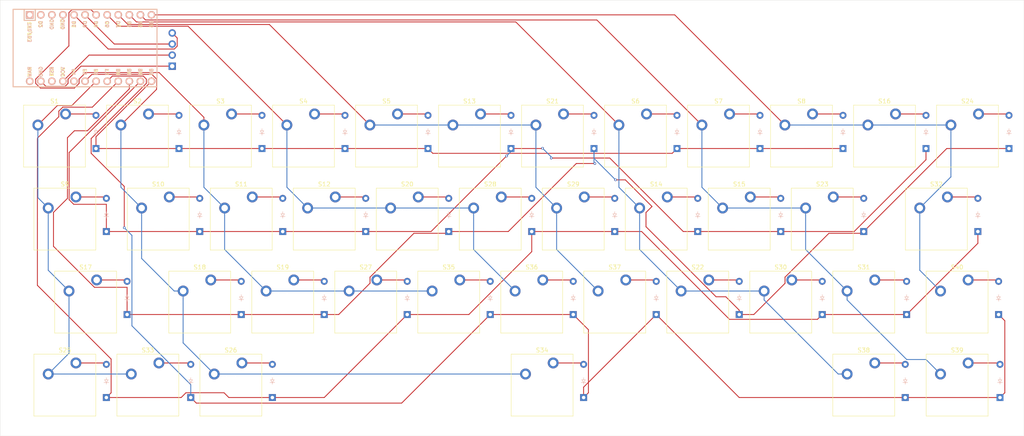
<source format=kicad_pcb>
(kicad_pcb (version 20241229) (generator "pcbnew") (generator_version "9.0")
  (layers (0 "F.Cu" signal) (2 "B.Cu" signal) (13 "F.Paste" user) (15 "B.Paste" user) (5 "F.SilkS" user "F.Silkscreen") (7 "B.SilkS" user "B.Silkscreen") (1 "F.Mask" user) (3 "B.Mask" user) (25 "Edge.Cuts" user))
  (net 0 "")
  (net 1 "Net-(D1-A)")
  (net 2 "Row 0")
  (net 3 "Net-(D2-A)")
  (net 4 "Net-(D3-A)")
  (net 5 "Net-(D4-A)")
  (net 6 "Net-(D5-A)")
  (net 7 "Net-(D6-A)")
  (net 8 "Net-(D7-A)")
  (net 9 "Net-(D8-A)")
  (net 10 "Row 1")
  (net 11 "Net-(D9-A)")
  (net 12 "Net-(D10-A)")
  (net 13 "Net-(D11-A)")
  (net 14 "Net-(D12-A)")
  (net 15 "Net-(D13-A)")
  (net 16 "Net-(D14-A)")
  (net 17 "Net-(D15-A)")
  (net 18 "Net-(D16-A)")
  (net 19 "Net-(D17-A)")
  (net 20 "Row 2")
  (net 21 "Net-(D18-A)")
  (net 22 "Net-(D19-A)")
  (net 23 "Net-(D20-A)")
  (net 24 "Net-(D21-A)")
  (net 25 "Net-(D22-A)")
  (net 26 "Net-(D23-A)")
  (net 27 "Net-(D24-A)")
  (net 28 "Row 3")
  (net 29 "Net-(D25-A)")
  (net 30 "Net-(D26-A)")
  (net 31 "Net-(D27-A)")
  (net 32 "Net-(D28-A)")
  (net 33 "Net-(D29-A)")
  (net 34 "Net-(D30-A)")
  (net 35 "Net-(D31-A)")
  (net 36 "Net-(D32-A)")
  (net 37 "Net-(D33-A)")
  (net 38 "Row 4")
  (net 39 "Net-(D34-A)")
  (net 40 "Net-(D35-A)")
  (net 41 "Net-(D36-A)")
  (net 42 "Net-(D37-A)")
  (net 43 "Net-(D38-A)")
  (net 44 "Net-(D39-A)")
  (net 45 "Net-(D40-A)")
  (net 46 "GND")
  (net 47 "SCL")
  (net 48 "5V")
  (net 49 "SDA")
  (net 50 "Col 0")
  (net 51 "Col 1")
  (net 52 "Col 2")
  (net 53 "Col 3")
  (net 54 "Col 4")
  (net 55 "Col 5")
  (net 56 "Col 6")
  (net 57 "Col 7")
  (footprint "ScottoKeebs_MX:MX_PCB_1.00u" (layer "F.Cu") (at 173.0675 104.31)
    (property "Reference" "S37")
    (property "Value" "Keyswitch")
  )
  (footprint "" (layer "F.Cu") (at 206.39865 116.375)
    (property "Reference" "")
    (property "Value" "")
  )
  (footprint "ScottoKeebs_MX:MX_PCB_1.00u" (layer "F.Cu") (at 215.93 66.21)
    (property "Reference" "S8")
    (property "Value" "Keyswitch")
  )
  (footprint "ScottoKeebs_MX:MX_PCB_1.00u" (layer "F.Cu") (at 251.64875 123.36)
    (property "Reference" "S39")
    (property "Value" "Keyswitch")
  )
  (footprint "ScottoKeebs_MX:MX_PCB_1.00u" (layer "F.Cu") (at 201.6425 85.26)
    (property "Reference" "S15")
    (property "Value" "Keyswitch")
  )
  (footprint "ScottoKeebs_MX:MX_PCB_1.00u" (layer "F.Cu") (at 139.73 66.21)
    (property "Reference" "S13")
    (property "Value" "Keyswitch")
  )
  (footprint "ScottoKeebs_Components:OLED_128x32" (layer "F.Cu") (at 69.9 40.365)
    (property "Reference" "J1" (hide yes))
    (property "Value" "OLED_128x32")
  )
  (footprint "ScottoKeebs_MX:MX_PCB_1.00u" (layer "F.Cu") (at 192.1175 104.31)
    (property "Reference" "S22")
    (property "Value" "Keyswitch")
  )
  (footprint "ScottoKeebs_MX:MX_PCB_1.00u" (layer "F.Cu") (at 84.96125 123.36)
    (property "Reference" "S26")
    (property "Value" "Keyswitch")
  )
  (footprint "ScottoKeebs_MX:MX_PCB_1.00u" (layer "F.Cu") (at 182.5925 85.26)
    (property "Reference" "S14")
    (property "Value" "Keyswitch")
  )
  (footprint "ScottoKeebs_MX:MX_PCB_1.00u" (layer "F.Cu") (at 106.3925 85.26)
    (property "Reference" "S12")
    (property "Value" "Keyswitch")
  )
  (footprint "ScottoKeebs_MX:MX_PCB_1.00u" (layer "F.Cu") (at 46.86125 85.26)
    (property "Reference" "S9")
    (property "Value" "Keyswitch")
  )
  (footprint "ScottoKeebs_MX:MX_PCB_1.00u" (layer "F.Cu") (at 77.8175 104.31)
    (property "Reference" "S18")
    (property "Value" "Keyswitch")
  )
  (footprint "ScottoKeebs_MX:MX_PCB_1.00u" (layer "F.Cu") (at 156.39875 123.36)
    (property "Reference" "S34")
    (property "Value" "Keyswitch")
  )
  (footprint "ScottoKeebs_MX:MX_PCB_1.00u" (layer "F.Cu") (at 115.9175 104.31)
    (property "Reference" "S27")
    (property "Value" "Keyswitch")
  )
  (footprint "ScottoKeebs_MX:MX_PCB_1.00u" (layer "F.Cu") (at 220.6925 85.26)
    (property "Reference" "S23")
    (property "Value" "Keyswitch")
  )
  (footprint "ScottoKeebs_MX:MX_PCB_1.00u" (layer "F.Cu") (at 82.58 66.21)
    (property "Reference" "S3")
    (property "Value" "Keyswitch")
  )
  (footprint "ScottoKeebs_MX:MX_PCB_1.00u" (layer "F.Cu") (at 230.2175 104.31)
    (property "Reference" "S31")
    (property "Value" "Keyswitch")
  )
  (footprint "" (layer "F.Cu") (at 106.39885 131.615)
    (property "Reference" "")
    (property "Value" "")
  )
  (footprint "ScottoKeebs_MX:MX_PCB_1.00u" (layer "F.Cu") (at 63.53 66.21)
    (property "Reference" "S2")
    (property "Value" "Keyswitch")
  )
  (footprint "" (layer "F.Cu") (at 106.39885 116.375)
    (property "Reference" "")
    (property "Value" "")
  )
  (footprint "ScottoKeebs_MX:MX_PCB_1.00u" (layer "F.Cu") (at 51.62375 104.31)
    (property "Reference" "S17")
    (property "Value" "Keyswitch")
  )
  (footprint "ScottoKeebs_MX:MX_PCB_1.00u" (layer "F.Cu") (at 163.5425 85.26)
    (property "Reference" "S29")
    (property "Value" "Keyswitch")
  )
  (footprint "ScottoKeebs_MX:MX_PCB_1.00u" (layer "F.Cu") (at 68.2925 85.26)
    (property "Reference" "S10")
    (property "Value" "Keyswitch")
  )
  (footprint "ScottoKeebs_MX:MX_PCB_1.00u" (layer "F.Cu") (at 96.8675 104.31)
    (property "Reference" "S19")
    (property "Value" "Keyswitch")
  )
  (footprint "ScottoKeebs_MX:MX_PCB_1.00u" (layer "F.Cu") (at 177.83 66.21)
    (property "Reference" "S6")
    (property "Value" "Keyswitch")
  )
  (footprint "ScottoKeebs_MX:MX_PCB_1.00u" (layer "F.Cu") (at 120.68 66.21)
    (property "Reference" "S5")
    (property "Value" "Keyswitch")
  )
  (footprint "ScottoKeebs_MX:MX_PCB_1.00u" (layer "F.Cu") (at 101.63 66.21)
    (property "Reference" "S4")
    (property "Value" "Keyswitch")
  )
  (footprint "ScottoKeebs_MX:MX_PCB_1.00u" (layer "F.Cu") (at 134.9675 104.31)
    (property "Reference" "S35")
    (property "Value" "Keyswitch")
  )
  (footprint "ScottoKeebs_MX:MX_PCB_1.00u" (layer "F.Cu") (at 196.88 66.21)
    (property "Reference" "S7")
    (property "Value" "Keyswitch")
  )
  (footprint "ScottoKeebs_MX:MX_PCB_1.00u" (layer "F.Cu") (at 65.91125 123.36)
    (property "Reference" "S33")
    (property "Value" "Keyswitch")
  )
  (footprint "ScottoKeebs_MX:MX_PCB_1.00u" (layer "F.Cu") (at 158.78 66.21)
    (property "Reference" "S21")
    (property "Value" "Keyswitch")
  )
  (footprint "ScottoKeebs_MX:MX_PCB_1.00u" (layer "F.Cu") (at 254.03 66.21)
    (property "Reference" "S24")
    (property "Value" "Keyswitch")
  )
  (footprint "ScottoKeebs_MX:MX_PCB_1.00u" (layer "F.Cu") (at 125.4425 85.26)
    (property "Reference" "S20")
    (property "Value" "Keyswitch")
  )
  (footprint "ScottoKeebs_MX:MX_PCB_1.00u" (layer "F.Cu") (at 144.4925 85.26)
    (property "Reference" "S28")
    (property "Value" "Keyswitch")
  )
  (footprint "ScottoKeebs_MX:MX_PCB_1.00u" (layer "F.Cu") (at 234.98 66.21)
    (property "Reference" "S16")
    (property "Value" "Keyswitch")
  )
  (footprint "ScottoKeebs_MX:MX_PCB_1.00u" (layer "F.Cu") (at 211.1675 104.31)
    (property "Reference" "S30")
    (property "Value" "Keyswitch")
  )
  (footprint "" (layer "F.Cu") (at 206.39865 131.615)
    (property "Reference" "")
    (property "Value" "")
  )
  (footprint "ScottoKeebs_MX:MX_PCB_1.00u" (layer "F.Cu") (at 246.88625 85.26)
    (property "Reference" "S32")
    (property "Value" "Keyswitch")
  )
  (footprint "ScottoKeebs_MX:MX_PCB_1.00u" (layer "F.Cu") (at 230.2175 123.36)
    (property "Reference" "S38")
    (property "Value" "Keyswitch")
  )
  (footprint "ScottoKeebs_MX:MX_PCB_1.00u" (layer "F.Cu") (at 87.3425 85.26)
    (property "Reference" "S11")
    (property "Value" "Keyswitch")
  )
  (footprint "ScottoKeebs_MX:MX_PCB_1.00u" (layer "F.Cu") (at 251.64875 104.31)
    (property "Reference" "S40")
    (property "Value" "Keyswitch")
  )
  (footprint "ScottoKeebs_MX:MX_PCB_1.00u" (layer "F.Cu") (at 44.48 66.21)
    (property "Reference" "S1")
    (property "Value" "Keyswitch")
  )
  (footprint "ScottoKeebs_MX:MX_PCB_1.00u" (layer "F.Cu") (at 154.0175 104.31)
    (property "Reference" "S36")
    (property "Value" "Keyswitch")
  )
  (footprint "ScottoKeebs_MX:MX_PCB_1.00u" (layer "F.Cu") (at 46.86125 123.36)
    (property "Reference" "S25")
    (property "Value" "Keyswitch")
  )
  (footprint "ScottoKeebs_Components:Diode_DO-35" (layer "B.Cu") (at 134.9675 88.1175 90)
    (property "Reference" "D20" (hide yes))
    (property "Value" "Diode" (hide yes))
  )
  (footprint "ScottoKeebs_Components:Diode_DO-35" (layer "B.Cu") (at 115.9175 88.1175 90)
    (property "Reference" "D12" (hide yes))
    (property "Value" "Diode" (hide yes))
  )
  (footprint "ScottoKeebs_Components:Diode_DO-35" (layer "B.Cu") (at 130.205 69.0675 90)
    (property "Reference" "D5" (hide yes))
    (property "Value" "Diode" (hide yes))
  )
  (footprint "ScottoKeebs_Components:Diode_DO-35" (layer "B.Cu") (at 106.3925 107.1675 90)
    (property "Reference" "D19" (hide yes))
    (property "Value" "Diode" (hide yes))
  )
  (footprint "ScottoKeebs_Components:Diode_DO-35" (layer "B.Cu") (at 220.6925 107.1675 90)
    (property "Reference" "D30" (hide yes))
    (property "Value" "Diode" (hide yes))
  )
  (footprint "ScottoKeebs_Components:Diode_DO-35" (layer "B.Cu") (at 92.105 69.0675 90)
    (property "Reference" "D3" (hide yes))
    (property "Value" "Diode" (hide yes))
  )
  (footprint "ScottoKeebs_Components:Diode_DO-35" (layer "B.Cu") (at 96.8675 88.1175 90)
    (property "Reference" "D11" (hide yes))
    (property "Value" "Diode" (hide yes))
  )
  (footprint "ScottoKeebs_Components:Diode_DO-35" (layer "B.Cu") (at 163.5425 107.1675 90)
    (property "Reference" "D36" (hide yes))
    (property "Value" "Diode" (hide yes))
  )
  (footprint "ScottoKeebs_Components:Diode_DO-35" (layer "B.Cu") (at 256.41125 88.1175 90)
    (property "Reference" "D32" (hide yes))
    (property "Value" "Diode" (hide yes))
  )
  (footprint "ScottoKeebs_Components:Diode_DO-35" (layer "B.Cu") (at 154.0175 88.1175 90)
    (property "Reference" "D28" (hide yes))
    (property "Value" "Diode" (hide yes))
  )
  (footprint "ScottoKeebs_Components:Diode_DO-35" (layer "B.Cu") (at 261.49125 126.2175 90)
    (property "Reference" "D39" (hide yes))
    (property "Value" "Diode" (hide yes))
  )
  (footprint "ScottoKeebs_Components:Diode_DO-35" (layer "B.Cu") (at 75.75375 126.2175 90)
    (property "Reference" "D33" (hide yes))
    (property "Value" "Diode" (hide yes))
  )
  (footprint "ScottoKeebs_Components:Diode_DO-35" (layer "B.Cu") (at 56.38625 88.1175 90)
    (property "Reference" "D9" (hide yes))
    (property "Value" "Diode" (hide yes))
  )
  (footprint "ScottoKeebs_Components:Diode_DO-35" (layer "B.Cu") (at 94.48625 126.2175 90)
    (property "Reference" "D26" (hide yes))
    (property "Value" "Diode" (hide yes))
  )
  (footprint "ScottoKeebs_Components:Diode_DO-35" (layer "B.Cu") (at 206.405 69.0675 90)
    (property "Reference" "D7" (hide yes))
    (property "Value" "Diode" (hide yes))
  )
  (footprint "ScottoKeebs_Components:Diode_DO-35" (layer "B.Cu") (at 173.0675 88.1175 90)
    (property "Reference" "D29" (hide yes))
    (property "Value" "Diode" (hide yes))
  )
  (footprint "ScottoKeebs_Components:Diode_DO-35" (layer "B.Cu") (at 244.505 69.0675 90)
    (property "Reference" "D16" (hide yes))
    (property "Value" "Diode" (hide yes))
  )
  (footprint "ScottoKeebs_Components:Diode_DO-35" (layer "B.Cu") (at 230.2175 88.1175 90)
    (property "Reference" "D23" (hide yes))
    (property "Value" "Diode" (hide yes))
  )
  (footprint "ScottoKeebs_MCU:Arduino_Pro_Micro" (layer "B.Cu") (at 52.77 46 -90)
    (property "Reference" "U1" (hide yes))
    (property "Value" "Arduino_Pro_Micro" (hide yes))
  )
  (footprint "ScottoKeebs_Components:Diode_DO-35" (layer "B.Cu") (at 144.4925 107.1675 90)
    (property "Reference" "D35" (hide yes))
    (property "Value" "Diode" (hide yes))
  )
  (footprint "ScottoKeebs_Components:Diode_DO-35" (layer "B.Cu") (at 87.3425 107.1675 90)
    (property "Reference" "D18" (hide yes))
    (property "Value" "Diode" (hide yes))
  )
  (footprint "ScottoKeebs_Components:Diode_DO-35" (layer "B.Cu") (at 54.005 69.0675 90)
    (property "Reference" "D1" (hide yes))
    (property "Value" "Diode" (hide yes))
  )
  (footprint "ScottoKeebs_Components:Diode_DO-35" (layer "B.Cu") (at 168.305 69.0675 90)
    (property "Reference" "D21" (hide yes))
    (property "Value" "Diode" (hide yes))
  )
  (footprint "ScottoKeebs_Components:Diode_DO-35" (layer "B.Cu") (at 165.92375 126.2175 90)
    (property "Reference" "D34" (hide yes))
    (property "Value" "Diode" (hide yes))
  )
  (footprint "ScottoKeebs_Components:Diode_DO-35" (layer "B.Cu") (at 182.5925 107.1675 90)
    (property "Reference" "D37" (hide yes))
    (property "Value" "Diode" (hide yes))
  )
  (footprint "ScottoKeebs_Components:Diode_DO-35" (layer "B.Cu") (at 211.1675 88.1175 90)
    (property "Reference" "D15" (hide yes))
    (property "Value" "Diode" (hide yes))
  )
  (footprint "ScottoKeebs_Components:Diode_DO-35" (layer "B.Cu") (at 201.6425 107.1675 90)
    (property "Reference" "D22" (hide yes))
    (property "Value" "Diode" (hide yes))
  )
  (footprint "ScottoKeebs_Components:Diode_DO-35" (layer "B.Cu") (at 261.17375 107.1675 90)
    (property "Reference" "D40" (hide yes))
    (property "Value" "Diode" (hide yes))
  )
  (footprint "ScottoKeebs_Components:Diode_DO-35" (layer "B.Cu") (at 111.155 69.0675 90)
    (property "Reference" "D4" (hide yes))
    (property "Value" "Diode" (hide yes))
  )
  (footprint "ScottoKeebs_Components:Diode_DO-35" (layer "B.Cu") (at 61.14875 107.1675 90)
    (property "Reference" "D17" (hide yes))
    (property "Value" "Diode" (hide yes))
  )
  (footprint "ScottoKeebs_Components:Diode_DO-35" (layer "B.Cu") (at 263.555 69.0675 90)
    (property "Reference" "D24" (hide yes))
    (property "Value" "Diode" (hide yes))
  )
  (footprint "ScottoKeebs_Components:Diode_DO-35" (layer "B.Cu") (at 240.06 107.1675 90)
    (property "Reference" "D31" (hide yes))
    (property "Value" "Diode" (hide yes))
  )
  (footprint "ScottoKeebs_Components:Diode_DO-35" (layer "B.Cu") (at 225.455 69.0675 90)
    (property "Reference" "D8" (hide yes))
    (property "Value" "Diode" (hide yes))
  )
  (footprint "ScottoKeebs_Components:Diode_DO-35" (layer "B.Cu") (at 125.4425 107.1675 90)
    (property "Reference" "D27" (hide yes))
    (property "Value" "Diode" (hide yes))
  )
  (footprint "ScottoKeebs_Components:Diode_DO-35" (layer "B.Cu") (at 149.255 69.0675 90)
    (property "Reference" "D13" (hide yes))
    (property "Value" "Diode" (hide yes))
  )
  (footprint "ScottoKeebs_Components:Diode_DO-35" (layer "B.Cu") (at 239.7425 126.2175 90)
    (property "Reference" "D38" (hide yes))
    (property "Value" "Diode" (hide yes))
  )
  (footprint "ScottoKeebs_Components:Diode_DO-35" (layer "B.Cu") (at 73.055 69.0675 90)
    (property "Reference" "D2" (hide yes))
    (property "Value" "Diode" (hide yes))
  )
  (footprint "ScottoKeebs_Components:Diode_DO-35" (layer "B.Cu") (at 56.38625 126.2175 90)
    (property "Reference" "D25" (hide yes))
    (property "Value" "Diode" (hide yes))
  )
  (footprint "ScottoKeebs_Components:Diode_DO-35" (layer "B.Cu") (at 192.1175 88.1175 90)
    (property "Reference" "D14" (hide yes))
    (property "Value" "Diode" (hide yes))
  )
  (footprint "ScottoKeebs_Components:Diode_DO-35" (layer "B.Cu") (at 77.8175 88.1175 90)
    (property "Reference" "D10" (hide yes))
    (property "Value" "Diode" (hide yes))
  )
  (footprint "ScottoKeebs_Components:Diode_DO-35" (layer "B.Cu") (at 187.355 69.0675 90)
    (property "Reference" "D6" (hide yes))
    (property "Value" "Diode" (hide yes))
  )
  (gr_rect (start 32 35) (end 267 135) (stroke (width 0.05)) (fill no) (layer "Edge.Cuts"))
  (gr_text "D2" (at 41.25 40.5 90) (layer "F.SilkS") (effects (font (size 0.8 0.8))))
  (gr_text "GND" (at 46.25 40.5 90) (layer "F.SilkS") (effects (font (size 0.8 0.8))))
  (gr_text "D7" (at 59.25 40.5 -270) (layer "F.SilkS") (effects (font (size 0.8 0.8))))
  (gr_text "TX0/D3" (at 38.75 42.25 90) (layer "F.SilkS") (effects (font (size 0.8 0.8))))
  (segment (start 53.6875 61.13) (end 54.005 61.4475) (width 0.2) (layer "F.Cu") (net 1))
  (segment (start 47.02 61.13) (end 53.6875 61.13) (width 0.2) (layer "F.Cu") (net 1))
  (segment (start 54.005 69.0675) (end 54.005 66.355) (width 0.2) (layer "F.Cu") (net 2))
  (segment (start 130.205 69.0675) (end 131.306 70.1685) (width 0.2) (layer "F.Cu") (net 2))
  (segment (start 131.306 70.1685) (end 186.254 70.1685) (width 0.2) (layer "F.Cu") (net 2))
  (segment (start 187.355 69.0675) (end 225.455 69.0675) (width 0.2) (layer "F.Cu") (net 2))
  (segment (start 66.74 52.76) (end 66.74 53.62) (width 0.2) (layer "F.Cu") (net 2))
  (segment (start 54.005 66.355) (end 66.74 53.62) (width 0.2) (layer "F.Cu") (net 2))
  (segment (start 186.254 70.1685) (end 187.355 69.0675) (width 0.2) (layer "F.Cu") (net 2))
  (segment (start 54.005 69.0675) (end 130.205 69.0675) (width 0.2) (layer "F.Cu") (net 2))
  (segment (start 66.07 61.13) (end 72.7375 61.13) (width 0.2) (layer "F.Cu") (net 3))
  (segment (start 72.7375 61.13) (end 73.055 61.4475) (width 0.2) (layer "F.Cu") (net 3))
  (segment (start 85.12 61.13) (end 91.7875 61.13) (width 0.2) (layer "F.Cu") (net 4))
  (segment (start 91.7875 61.13) (end 92.105 61.4475) (width 0.2) (layer "F.Cu") (net 4))
  (segment (start 110.8375 61.13) (end 111.155 61.4475) (width 0.2) (layer "F.Cu") (net 5))
  (segment (start 104.17 61.13) (end 110.8375 61.13) (width 0.2) (layer "F.Cu") (net 5))
  (segment (start 123.22 61.13) (end 129.8875 61.13) (width 0.2) (layer "F.Cu") (net 6))
  (segment (start 129.8875 61.13) (end 130.205 61.4475) (width 0.2) (layer "F.Cu") (net 6))
  (segment (start 187.0375 61.13) (end 187.355 61.4475) (width 0.2) (layer "F.Cu") (net 7))
  (segment (start 180.37 61.13) (end 187.0375 61.13) (width 0.2) (layer "F.Cu") (net 7))
  (segment (start 206.0875 61.13) (end 206.405 61.4475) (width 0.2) (layer "F.Cu") (net 8))
  (segment (start 199.42 61.13) (end 206.0875 61.13) (width 0.2) (layer "F.Cu") (net 8))
  (segment (start 218.47 61.13) (end 225.1375 61.13) (width 0.2) (layer "F.Cu") (net 9))
  (segment (start 225.1375 61.13) (end 225.455 61.4475) (width 0.2) (layer "F.Cu") (net 9))
  (segment (start 115.9175 88.1175) (end 130.901 88.1175) (width 0.2) (layer "F.Cu") (net 10))
  (segment (start 228.0155 88.1175) (end 244.505 71.628) (width 0.2) (layer "F.Cu") (net 10))
  (segment (start 158.5 71.25) (end 171.928674 71.25) (width 0.2) (layer "F.Cu") (net 10))
  (segment (start 156.4325 69.0675) (end 156.5 69) (width 0.2) (layer "F.Cu") (net 10))
  (segment (start 130.901 88.1175) (end 148.25 70.7685) (width 0.2) (layer "F.Cu") (net 10))
  (segment (start 48.891304 81.8635) (end 47.85025 80.822446) (width 0.2) (layer "F.Cu") (net 10))
  (segment (start 192.1175 88.1175) (end 211.1675 88.1175) (width 0.2) (layer "F.Cu") (net 10))
  (segment (start 47.85025 80.822446) (end 47.85025 69.96975) (width 0.2) (layer "F.Cu") (net 10))
  (segment (start 56.38625 88.1175) (end 115.9175 88.1175) (width 0.2) (layer "F.Cu") (net 10))
  (segment (start 211.1675 88.1175) (end 228.0155 88.1175) (width 0.2) (layer "F.Cu") (net 10))
  (segment (start 56.38625 81.8635) (end 48.891304 81.8635) (width 0.2) (layer "F.Cu") (net 10))
  (segment (start 244.505 71.628) (end 244.505 69.0675) (width 0.2) (layer "F.Cu") (net 10))
  (segment (start 149.255 69.0675) (end 156.4325 69.0675) (width 0.2) (layer "F.Cu") (net 10))
  (segment (start 188.796174 88.1175) (end 192.1175 88.1175) (width 0.2) (layer "F.Cu") (net 10))
  (segment (start 47.85025 69.96975) (end 64.2 53.62) (width 0.2) (layer "F.Cu") (net 10))
  (segment (start 56.38625 88.1175) (end 56.38625 81.8635) (width 0.2) (layer "F.Cu") (net 10))
  (segment (start 171.928674 71.25) (end 188.796174 88.1175) (width 0.2) (layer "F.Cu") (net 10))
  (via (at 156.5 69) (size 0.6) (drill 0.3) (layers "F.Cu" "B.Cu") (net 10))
  (via (at 148.25 70.7685) (size 0.6) (drill 0.3) (layers "F.Cu" "B.Cu") (net 10))
  (via (at 158.5 71.25) (size 0.6) (drill 0.3) (layers "F.Cu" "B.Cu") (net 10))
  (segment (start 156.5 69) (end 158.5 71) (width 0.2) (layer "B.Cu") (net 10))
  (segment (start 158.5 71) (end 158.5 71.25) (width 0.2) (layer "B.Cu") (net 10))
  (segment (start 149.255 69.7635) (end 149.255 69.0675) (width 0.2) (layer "B.Cu") (net 10))
  (segment (start 148.25 70.7685) (end 149.255 69.7635) (width 0.2) (layer "B.Cu") (net 10))
  (segment (start 49.40125 80.18) (end 56.06875 80.18) (width 0.2) (layer "F.Cu") (net 11))
  (segment (start 56.06875 80.18) (end 56.38625 80.4975) (width 0.2) (layer "F.Cu") (net 11))
  (segment (start 77.5 80.18) (end 77.8175 80.4975) (width 0.2) (layer "F.Cu") (net 12))
  (segment (start 70.8325 80.18) (end 77.5 80.18) (width 0.2) (layer "F.Cu") (net 12))
  (segment (start 89.8825 80.18) (end 96.55 80.18) (width 0.2) (layer "F.Cu") (net 13))
  (segment (start 96.55 80.18) (end 96.8675 80.4975) (width 0.2) (layer "F.Cu") (net 13))
  (segment (start 115.6 80.18) (end 115.9175 80.4975) (width 0.2) (layer "F.Cu") (net 14))
  (segment (start 108.9325 80.18) (end 115.6 80.18) (width 0.2) (layer "F.Cu") (net 14))
  (segment (start 148.9375 61.13) (end 149.255 61.4475) (width 0.2) (layer "F.Cu") (net 15))
  (segment (start 142.27 61.13) (end 148.9375 61.13) (width 0.2) (layer "F.Cu") (net 15))
  (segment (start 191.8 80.18) (end 192.1175 80.4975) (width 0.2) (layer "F.Cu") (net 16))
  (segment (start 185.1325 80.18) (end 191.8 80.18) (width 0.2) (layer "F.Cu") (net 16))
  (segment (start 204.1825 80.18) (end 210.85 80.18) (width 0.2) (layer "F.Cu") (net 17))
  (segment (start 210.85 80.18) (end 211.1675 80.4975) (width 0.2) (layer "F.Cu") (net 17))
  (segment (start 237.52 61.13) (end 244.1875 61.13) (width 0.2) (layer "F.Cu") (net 18))
  (segment (start 244.1875 61.13) (end 244.505 61.4475) (width 0.2) (layer "F.Cu") (net 18))
  (segment (start 60.83125 99.23) (end 61.14875 99.5475) (width 0.2) (layer "F.Cu") (net 19))
  (segment (start 54.16375 99.23) (end 60.83125 99.23) (width 0.2) (layer "F.Cu") (net 19))
  (segment (start 173.25 76.25) (end 175.5 76.25) (width 0.2) (layer "F.Cu") (net 20))
  (segment (start 49.052174 64.984) (end 52.0387 64.984) (width 0.2) (layer "F.Cu") (net 20))
  (segment (start 212.1565 98.587554) (end 222.225554 88.5185) (width 0.2) (layer "F.Cu") (net 20))
  (segment (start 180.2415 83.745868) (end 180.2415 87.007446) (width 0.2) (layer "F.Cu") (net 20))
  (segment (start 116.9065 99.974826) (end 116.9065 98.587554) (width 0.2) (layer "F.Cu") (net 20))
  (segment (start 164.25 72.5) (end 168.5 72.5) (width 0.2) (layer "F.Cu") (net 20))
  (segment (start 126.975554 88.5185) (end 134.5665 88.5185) (width 0.2) (layer "F.Cu") (net 20))
  (segment (start 198.559 103.084) (end 201.6425 106.1675) (width 0.2) (layer "F.Cu") (net 20))
  (segment (start 105.5 107.1675) (end 106.3925 107.1675) (width 0.2) (layer "F.Cu") (net 20))
  (segment (start 61.66 55.3627) (end 61.66 53.62) (width 0.2) (layer "F.Cu") (net 20))
  (segment (start 148.6325 88.1175) (end 164.25 72.5) (width 0.2) (layer "F.Cu") (net 20))
  (segment (start 105.5 107.1675) (end 109.713826 107.1675) (width 0.2) (layer "F.Cu") (net 20))
  (segment (start 44.25 91.509696) (end 44.25 83.714696) (width 0.2) (layer "F.Cu") (net 20))
  (segment (start 229.8165 88.5185) (end 230.2175 88.1175) (width 0.2) (layer "F.Cu") (net 20))
  (segment (start 53.653804 100.9135) (end 44.25 91.509696) (width 0.2) (layer "F.Cu") (net 20))
  (segment (start 204.985184 107.1675) (end 212.1565 99.996184) (width 0.2) (layer "F.Cu") (net 20))
  (segment (start 47.44925 66.586924) (end 49.052174 64.984) (width 0.2) (layer "F.Cu") (net 20))
  (segment (start 61.14875 107.1675) (end 61.14875 100.9135) (width 0.2) (layer "F.Cu") (net 20))
  (segment (start 61.14875 100.9135) (end 53.653804 100.9135) (width 0.2) (layer "F.Cu") (net 20))
  (segment (start 109.713826 107.1675) (end 116.9065 99.974826) (width 0.2) (layer "F.Cu") (net 20))
  (segment (start 249.2675 69.0675) (end 263.555 69.0675) (width 0.2) (layer "F.Cu") (net 20))
  (segment (start 134.5665 88.5185) (end 134.9675 88.1175) (width 0.2) (layer "F.Cu") (net 20))
  (segment (start 61.14875 107.1675) (end 105.5 107.1675) (width 0.2) (layer "F.Cu") (net 20))
  (segment (start 196.318054 103.084) (end 198.559 103.084) (width 0.2) (layer "F.Cu") (net 20))
  (segment (start 52.0387 64.984) (end 61.66 55.3627) (width 0.2) (layer "F.Cu") (net 20))
  (segment (start 180.2415 87.007446) (end 196.318054 103.084) (width 0.2) (layer "F.Cu") (net 20))
  (segment (start 201.6425 107.1675) (end 204.985184 107.1675) (width 0.2) (layer "F.Cu") (net 20))
  (segment (start 134.9675 88.1175) (end 148.6325 88.1175) (width 0.2) (layer "F.Cu") (net 20))
  (segment (start 44.25 83.714696) (end 47.44925 80.515446) (width 0.2) (layer "F.Cu") (net 20))
  (segment (start 116.9065 98.587554) (end 126.975554 88.5185) (width 0.2) (layer "F.Cu") (net 20))
  (segment (start 181.618684 82.368684) (end 180.2415 83.745868) (width 0.2) (layer "F.Cu") (net 20))
  (segment (start 47.44925 80.515446) (end 47.44925 66.586924) (width 0.2) (layer "F.Cu") (net 20))
  (segment (start 201.6425 106.1675) (end 201.6425 107.1675) (width 0.2) (layer "F.Cu") (net 20))
  (segment (start 222.225554 88.5185) (end 229.8165 88.5185) (width 0.2) (layer "F.Cu") (net 20))
  (segment (start 175.5 76.25) (end 181.618684 82.368684) (width 0.2) (layer "F.Cu") (net 20))
  (segment (start 230.2175 88.1175) (end 249.2675 69.0675) (width 0.2) (layer "F.Cu") (net 20))
  (segment (start 212.1565 99.996184) (end 212.1565 98.587554) (width 0.2) (layer "F.Cu") (net 20))
  (via (at 173.25 76.25) (size 0.6) (drill 0.3) (layers "F.Cu" "B.Cu") (net 20))
  (via (at 168.5 72.5) (size 0.6) (drill 0.3) (layers "F.Cu" "B.Cu") (net 20))
  (segment (start 168.5 72.5) (end 168.305 72.305) (width 0.2) (layer "B.Cu") (net 20))
  (segment (start 168.305 72.305) (end 168.305 69.0675) (width 0.2) (layer "B.Cu") (net 20))
  (segment (start 168.305 69.0675) (end 168.305 71.305) (width 0.2) (layer "B.Cu") (net 20))
  (segment (start 201.6425 106.8575) (end 201.75 106.75) (width 0.2) (layer "B.Cu") (net 20))
  (segment (start 168.305 71.305) (end 173.25 76.25) (width 0.2) (layer "B.Cu") (net 20))
  (segment (start 87.025 99.23) (end 87.3425 99.5475) (width 0.2) (layer "F.Cu") (net 21))
  (segment (start 80.3575 99.23) (end 87.025 99.23) (width 0.2) (layer "F.Cu") (net 21))
  (segment (start 99.4075 99.23) (end 106.075 99.23) (width 0.2) (layer "F.Cu") (net 22))
  (segment (start 106.075 99.23) (end 106.3925 99.5475) (width 0.2) (layer "F.Cu") (net 22))
  (segment (start 134.65 80.18) (end 134.9675 80.4975) (width 0.2) (layer "F.Cu") (net 23))
  (segment (start 127.9825 80.18) (end 134.65 80.18) (width 0.2) (layer "F.Cu") (net 23))
  (segment (start 167.9875 61.13) (end 168.305 61.4475) (width 0.2) (layer "F.Cu") (net 24))
  (segment (start 161.32 61.13) (end 167.9875 61.13) (width 0.2) (layer "F.Cu") (net 24))
  (segment (start 201.325 99.23) (end 201.6425 99.5475) (width 0.2) (layer "F.Cu") (net 25))
  (segment (start 194.6575 99.23) (end 201.325 99.23) (width 0.2) (layer "F.Cu") (net 25))
  (segment (start 223.2325 80.18) (end 229.9 80.18) (width 0.2) (layer "F.Cu") (net 26))
  (segment (start 229.9 80.18) (end 230.2175 80.4975) (width 0.2) (layer "F.Cu") (net 26))
  (segment (start 256.57 61.13) (end 263.2375 61.13) (width 0.2) (layer "F.Cu") (net 27))
  (segment (start 263.2375 61.13) (end 263.555 61.4475) (width 0.2) (layer "F.Cu") (net 27))
  (segment (start 219.5915 108.2685) (end 220.6925 107.1675) (width 0.2) (layer "F.Cu") (net 28))
  (segment (start 154.0175 92.7325) (end 154.0175 88.1175) (width 0.2) (layer "F.Cu") (net 28))
  (segment (start 240.06 107.1675) (end 256.41125 90.81625) (width 0.2) (layer "F.Cu") (net 28))
  (segment (start 45.469 60.487554) (end 45.469 61.772446) (width 0.2) (layer "F.Cu") (net 28))
  (segment (start 125.4425 107.1675) (end 139.5825 107.1675) (width 0.2) (layer "F.Cu") (net 28))
  (segment (start 94.48625 126.2175) (end 106.3925 126.2175) (width 0.2) (layer "F.Cu") (net 28))
  (segment (start 40.55525 66.686196) (end 40.55525 100.45975) (width 0.2) (layer "F.Cu") (net 28))
  (segment (start 45.469 61.772446) (end 40.55525 66.686196) (width 0.2) (layer "F.Cu") (net 28))
  (segment (start 59.12 53.62) (end 53.161 59.579) (width 0.2) (layer "F.Cu") (net 28))
  (segment (start 57.48725 117.39175) (end 57.48725 125.1165) (width 0.2) (layer "F.Cu") (net 28))
  (segment (start 53.161 59.579) (end 46.377554 59.579) (width 0.2) (layer "F.Cu") (net 28))
  (segment (start 154.0175 88.1175) (end 173.0675 88.1175) (width 0.2) (layer "F.Cu") (net 28))
  (segment (start 57.48725 125.1165) (end 56.38625 126.2175) (width 0.2) (layer "F.Cu") (net 28))
  (segment (start 46.377554 59.579) (end 45.469 60.487554) (width 0.2) (layer "F.Cu") (net 28))
  (segment (start 179.249816 88.1175) (end 199.400816 108.2685) (width 0.2) (layer "F.Cu") (net 28))
  (segment (start 199.400816 108.2685) (end 219.5915 108.2685) (width 0.2) (layer "F.Cu") (net 28))
  (segment (start 40.55525 100.45975) (end 57.48725 117.39175) (width 0.2) (layer "F.Cu") (net 28))
  (segment (start 139.5825 107.1675) (end 154.0175 92.7325) (width 0.2) (layer "F.Cu") (net 28))
  (segment (start 84.493934 126.2175) (end 94.48625 126.2175) (width 0.2) (layer "F.Cu") (net 28))
  (segment (start 83.392934 125.1165) (end 84.493934 126.2175) (width 0.2) (layer "F.Cu") (net 28))
  (segment (start 256.41125 90.81625) (end 256.41125 88.1175) (width 0.2) (layer "F.Cu") (net 28))
  (segment (start 74.65275 125.1165) (end 83.392934 125.1165) (width 0.2) (layer "F.Cu") (net 28))
  (segment (start 73.55175 126.2175) (end 74.65275 125.1165) (width 0.2) (layer "F.Cu") (net 28))
  (segment (start 56.38625 126.2175) (end 73.55175 126.2175) (width 0.2) (layer "F.Cu") (net 28))
  (segment (start 106.3925 126.2175) (end 125.4425 107.1675) (width 0.2) (layer "F.Cu") (net 28))
  (segment (start 220.6925 107.1675) (end 240.06 107.1675) (width 0.2) (layer "F.Cu") (net 28))
  (segment (start 173.0675 88.1175) (end 179.249816 88.1175) (width 0.2) (layer "F.Cu") (net 28))
  (segment (start 56.06875 118.28) (end 56.38625 118.5975) (width 0.2) (layer "F.Cu") (net 29))
  (segment (start 49.40125 118.28) (end 56.06875 118.28) (width 0.2) (layer "F.Cu") (net 29))
  (segment (start 87.50125 118.28) (end 94.16875 118.28) (width 0.2) (layer "F.Cu") (net 30))
  (segment (start 94.16875 118.28) (end 94.48625 118.5975) (width 0.2) (layer "F.Cu") (net 30))
  (segment (start 118.4575 99.23) (end 125.125 99.23) (width 0.2) (layer "F.Cu") (net 31))
  (segment (start 125.125 99.23) (end 125.4425 99.5475) (width 0.2) (layer "F.Cu") (net 31))
  (segment (start 147.0325 80.18) (end 153.7 80.18) (width 0.2) (layer "F.Cu") (net 32))
  (segment (start 153.7 80.18) (end 154.0175 80.4975) (width 0.2) (layer "F.Cu") (net 32))
  (segment (start 172.75 80.18) (end 173.0675 80.4975) (width 0.2) (layer "F.Cu") (net 33))
  (segment (start 166.0825 80.18) (end 172.75 80.18) (width 0.2) (layer "F.Cu") (net 33))
  (segment (start 220.375 99.23) (end 220.6925 99.5475) (width 0.2) (layer "F.Cu") (net 34))
  (segment (start 213.7075 99.23) (end 220.375 99.23) (width 0.2) (layer "F.Cu") (net 34))
  (segment (start 232.7575 99.23) (end 239.7425 99.23) (width 0.2) (layer "F.Cu") (net 35))
  (segment (start 239.7425 99.23) (end 240.06 99.5475) (width 0.2) (layer "F.Cu") (net 35))
  (segment (start 249.42625 80.18) (end 256.09375 80.18) (width 0.2) (layer "F.Cu") (net 36))
  (segment (start 256.09375 80.18) (end 256.41125 80.4975) (width 0.2) (layer "F.Cu") (net 36))
  (segment (start 75.43625 118.28) (end 75.75375 118.5975) (width 0.2) (layer "F.Cu") (net 37))
  (segment (start 68.45125 118.28) (end 75.43625 118.28) (width 0.2) (layer "F.Cu") (net 37))
  (segment (start 167.02475 110.64975) (end 167.02475 125.1165) (width 0.2) (layer "F.Cu") (net 38))
  (segment (start 65.5627 54.107654) (end 52.904 66.766354) (width 0.2) (layer "F.Cu") (net 38))
  (segment (start 163.5425 107.1675) (end 167.02475 110.64975) (width 0.2) (layer "F.Cu") (net 38))
  (segment (start 65.5627 53.132346) (end 65.5627 54.107654) (width 0.2) (layer "F.Cu") (net 38))
  (segment (start 165.92375 126.2175) (end 165.92375 123.83625) (width 0.2) (layer "F.Cu") (net 38))
  (segment (start 144.4925 107.1675) (end 163.5425 107.1675) (width 0.2) (layer "F.Cu") (net 38))
  (segment (start 57.7573 52.4427) (end 64.873054 52.4427) (width 0.2) (layer "F.Cu") (net 38))
  (segment (start 262.59225 125.1165) (end 262.59225 108.586) (width 0.2) (layer "F.Cu") (net 38))
  (segment (start 239.7425 126.2175) (end 261.49125 126.2175) (width 0.2) (layer "F.Cu") (net 38))
  (segment (start 124.16 127.5) (end 144.4925 107.1675) (width 0.2) (layer "F.Cu") (net 38))
  (segment (start 60.5 77.7645) (end 60.5 87.25) (width 0.2) (layer "F.Cu") (net 38))
  (segment (start 52.904 66.766354) (end 52.904 70.1685) (width 0.2) (layer "F.Cu") (net 38))
  (segment (start 165.92375 123.83625) (end 182.5925 107.1675) (width 0.2) (layer "F.Cu") (net 38))
  (segment (start 56.58 53.62) (end 57.7573 52.4427) (width 0.2) (layer "F.Cu") (net 38))
  (segment (start 182.5925 107.1675) (end 201.6425 126.2175) (width 0.2) (layer "F.Cu") (net 38))
  (segment (start 52.904 70.1685) (end 60.5 77.7645) (width 0.2) (layer "F.Cu") (net 38))
  (segment (start 75.75375 126.2175) (end 77.03625 127.5) (width 0.2) (layer "F.Cu") (net 38))
  (segment (start 64.873054 52.4427) (end 65.5627 53.132346) (width 0.2) (layer "F.Cu") (net 38))
  (segment (start 261.49125 126.2175) (end 262.59225 125.1165) (width 0.2) (layer "F.Cu") (net 38))
  (segment (start 262.59225 108.586) (end 261.17375 107.1675) (width 0.2) (layer "F.Cu") (net 38))
  (segment (start 201.6425 126.2175) (end 239.7425 126.2175) (width 0.2) (layer "F.Cu") (net 38))
  (segment (start 167.02475 125.1165) (end 165.92375 126.2175) (width 0.2) (layer "F.Cu") (net 38))
  (segment (start 77.03625 127.5) (end 124.16 127.5) (width 0.2) (layer "F.Cu") (net 38))
  (via (at 60.5 87.25) (size 0.6) (drill 0.3) (layers "F.Cu" "B.Cu") (net 38))
  (segment (start 62.24975 88.99975) (end 62.24975 109.74975) (width 0.2) (layer "B.Cu") (net 38))
  (segment (start 60.5 87.25) (end 62.24975 88.99975) (width 0.2) (layer "B.Cu") (net 38))
  (segment (start 75.75375 123.25375) (end 75.75375 126.2175) (width 0.2) (layer "B.Cu") (net 38))
  (segment (start 62.24975 109.74975) (end 75.75375 123.25375) (width 0.2) (layer "B.Cu") (net 38))
  (segment (start 165.60625 118.28) (end 165.92375 118.5975) (width 0.2) (layer "F.Cu") (net 39))
  (segment (start 158.93875 118.28) (end 165.60625 118.28) (width 0.2) (layer "F.Cu") (net 39))
  (segment (start 144.175 99.23) (end 144.4925 99.5475) (width 0.2) (layer "F.Cu") (net 40))
  (segment (start 137.5075 99.23) (end 144.175 99.23) (width 0.2) (layer "F.Cu") (net 40))
  (segment (start 163.225 99.23) (end 163.5425 99.5475) (width 0.2) (layer "F.Cu") (net 41))
  (segment (start 156.5575 99.23) (end 163.225 99.23) (width 0.2) (layer "F.Cu") (net 41))
  (segment (start 182.275 99.23) (end 182.5925 99.5475) (width 0.2) (layer "F.Cu") (net 42))
  (segment (start 175.6075 99.23) (end 182.275 99.23) (width 0.2) (layer "F.Cu") (net 42))
  (segment (start 232.7575 118.28) (end 239.425 118.28) (width 0.2) (layer "F.Cu") (net 43))
  (segment (start 239.425 118.28) (end 239.7425 118.5975) (width 0.2) (layer "F.Cu") (net 43))
  (segment (start 261.17375 118.28) (end 261.49125 118.5975) (width 0.2) (layer "F.Cu") (net 44))
  (segment (start 254.18875 118.28) (end 261.17375 118.28) (width 0.2) (layer "F.Cu") (net 44))
  (segment (start 260.85625 99.23) (end 261.17375 99.5475) (width 0.2) (layer "F.Cu") (net 45))
  (segment (start 254.18875 99.23) (end 260.85625 99.23) (width 0.2) (layer "F.Cu") (net 45))
  (segment (start 71.5 50.06875) (end 71.4375 50.00625) (width 0.2) (layer "F.Cu") (net 46))
  (segment (start 50.564646 50.165) (end 47.5973 53.132346) (width 0.2) (layer "F.Cu") (net 46))
  (segment (start 42.5173 54.7973) (end 41.34 53.62) (width 0.2) (layer "F.Cu") (net 46))
  (segment (start 47.5973 53.132346) (end 47.5973 54.107654) (width 0.2) (layer "F.Cu") (net 46))
  (segment (start 71.5 50.165) (end 50.564646 50.165) (width 0.2) (layer "F.Cu") (net 46))
  (segment (start 71.5 50.165) (end 71.5 50.06875) (width 0.2) (layer "F.Cu") (net 46))
  (segment (start 46.907654 54.7973) (end 42.5173 54.7973) (width 0.2) (layer "F.Cu") (net 46))
  (segment (start 47.5973 54.107654) (end 46.907654 54.7973) (width 0.2) (layer "F.Cu") (net 46))
  (segment (start 58.205 45.085) (end 51.5 38.38) (width 0.2) (layer "F.Cu") (net 47))
  (segment (start 71.5 45.085) (end 58.205 45.085) (width 0.2) (layer "F.Cu") (net 47))
  (segment (start 71.5 47.625) (end 52.415 47.625) (width 0.2) (layer "F.Cu") (net 48))
  (segment (start 52.415 47.625) (end 46.42 53.62) (width 0.2) (layer "F.Cu") (net 48))
  (segment (start 71.97676 46.236) (end 56.816 46.236) (width 0.2) (layer "F.Cu") (net 49))
  (segment (start 71.5 42.545) (end 72.651 43.696) (width 0.2) (layer "F.Cu") (net 49))
  (segment (start 56.816 46.236) (end 48.96 38.38) (width 0.2) (layer "F.Cu") (net 49))
  (segment (start 72.651 45.56176) (end 71.97676 46.236) (width 0.2) (layer "F.Cu") (net 49))
  (segment (start 72.651 43.696) (end 72.651 45.56176) (width 0.2) (layer "F.Cu") (net 49))
  (segment (start 45.162 59.178) (end 48.482 59.178) (width 0.2) (layer "F.Cu") (net 50))
  (segment (start 48.482 59.178) (end 54.04 53.62) (width 0.2) (layer "F.Cu") (net 50))
  (segment (start 40.67 63.67) (end 45.162 59.178) (width 0.2) (layer "F.Cu") (net 50))
  (segment (start 40.67 80.33875) (end 43.05125 82.72) (width 0.2) (layer "B.Cu") (net 50))
  (segment (start 47.81375 101.77) (end 47.81375 116.0575) (width 0.2) (layer "B.Cu") (net 50))
  (segment (start 40.67 63.67) (end 40.67 80.33875) (width 0.2) (layer "B.Cu") (net 50))
  (segment (start 43.05125 120.82) (end 62.10125 120.82) (width 0.2) (layer "B.Cu") (net 50))
  (segment (start 43.05125 97.0075) (end 47.81375 101.77) (width 0.2) (layer "B.Cu") (net 50))
  (segment (start 43.05125 82.72) (end 43.05125 97.0075) (width 0.2) (layer "B.Cu") (net 50))
  (segment (start 47.81375 116.0575) (end 43.05125 120.82) (width 0.2) (layer "B.Cu") (net 50))
  (segment (start 67.9173 55.4727) (end 59.72 63.67) (width 0.2) (layer "F.Cu") (net 51))
  (segment (start 67.9173 53.132346) (end 67.9173 55.4727) (width 0.2) (layer "F.Cu") (net 51))
  (segment (start 53.0783 52.0417) (end 66.826654 52.0417) (width 0.2) (layer "F.Cu") (net 51))
  (segment (start 66.826654 52.0417) (end 67.9173 53.132346) (width 0.2) (layer "F.Cu") (net 51))
  (segment (start 51.5 53.62) (end 53.0783 52.0417) (width 0.2) (layer "F.Cu") (net 51))
  (segment (start 71.952684 101.77) (end 74.0075 101.77) (width 0.2) (layer "B.Cu") (net 51))
  (segment (start 74.0075 101.77) (end 74.0075 113.67625) (width 0.2) (layer "B.Cu") (net 51))
  (segment (start 59.72 63.67) (end 59.72 77.9575) (width 0.2) (layer "B.Cu") (net 51))
  (segment (start 81.15125 120.82) (end 152.58875 120.82) (width 0.2) (layer "B.Cu") (net 51))
  (segment (start 59.72 77.9575) (end 64.4825 82.72) (width 0.2) (layer "B.Cu") (net 51))
  (segment (start 74.0075 113.67625) (end 81.15125 120.82) (width 0.2) (layer "B.Cu") (net 51))
  (segment (start 64.4825 94.299816) (end 71.952684 101.77) (width 0.2) (layer "B.Cu") (net 51))
  (segment (start 64.4825 82.72) (end 64.4825 94.299816) (width 0.2) (layer "B.Cu") (net 51))
  (segment (start 47.7827 37.892346) (end 47.7827 45.512346) (width 0.2) (layer "F.Cu") (net 52))
  (segment (start 40.1627 54.107654) (end 41.253346 55.1983) (width 0.2) (layer "F.Cu") (net 52))
  (segment (start 41.253346 55.1983) (end 49.046654 55.1983) (width 0.2) (layer "F.Cu") (net 52))
  (segment (start 50.1373 54.107654) (end 50.1373 53.132346) (width 0.2) (layer "F.Cu") (net 52))
  (segment (start 48.472346 37.2027) (end 47.7827 37.892346) (width 0.2) (layer "F.Cu") (net 52))
  (segment (start 68.508466 51.6407) (end 78.77 61.902234) (width 0.2) (layer "F.Cu") (net 52))
  (segment (start 49.046654 55.1983) (end 50.1373 54.107654) (width 0.2) (layer "F.Cu") (net 52))
  (segment (start 50.1373 53.132346) (end 51.628946 51.6407) (width 0.2) (layer "F.Cu") (net 52))
  (segment (start 52.8627 37.2027) (end 48.472346 37.2027) (width 0.2) (layer "F.Cu") (net 52))
  (segment (start 78.77 61.902234) (end 78.77 63.67) (width 0.2) (layer "F.Cu") (net 52))
  (segment (start 47.7827 45.512346) (end 40.1627 53.132346) (width 0.2) (layer "F.Cu") (net 52))
  (segment (start 51.628946 51.6407) (end 68.508466 51.6407) (width 0.2) (layer "F.Cu") (net 52))
  (segment (start 54.04 38.38) (end 52.8627 37.2027) (width 0.2) (layer "F.Cu") (net 52))
  (segment (start 40.1627 53.132346) (end 40.1627 54.107654) (width 0.2) (layer "F.Cu") (net 52))
  (segment (start 78.77 63.67) (end 78.77 77.9575) (width 0.2) (layer "B.Cu") (net 52))
  (segment (start 93.0575 101.77) (end 112.1075 101.77) (width 0.2) (layer "B.Cu") (net 52))
  (segment (start 112.1075 101.77) (end 131.1575 101.77) (width 0.2) (layer "B.Cu") (net 52))
  (segment (start 83.5325 92.245) (end 93.0575 101.77) (width 0.2) (layer "B.Cu") (net 52))
  (segment (start 78.77 77.9575) (end 83.5325 82.72) (width 0.2) (layer "B.Cu") (net 52))
  (segment (start 83.5325 82.72) (end 83.5325 92.245) (width 0.2) (layer "B.Cu") (net 52))
  (segment (start 75.15 41) (end 97.82 63.67) (width 0.2) (layer "F.Cu") (net 53))
  (segment (start 59.2 41) (end 75.15 41) (width 0.2) (layer "F.Cu") (net 53))
  (segment (start 56.58 38.38) (end 59.2 41) (width 0.2) (layer "F.Cu") (net 53))
  (segment (start 97.82 63.67) (end 97.82 77.9575) (width 0.2) (layer "B.Cu") (net 53))
  (segment (start 97.82 77.9575) (end 102.5825 82.72) (width 0.2) (layer "B.Cu") (net 53))
  (segment (start 121.6325 82.72) (end 140.6825 82.72) (width 0.2) (layer "B.Cu") (net 53))
  (segment (start 140.6825 92.245) (end 150.2075 101.77) (width 0.2) (layer "B.Cu") (net 53))
  (segment (start 140.6825 82.72) (end 140.6825 92.245) (width 0.2) (layer "B.Cu") (net 53))
  (segment (start 102.5825 82.72) (end 121.6325 82.72) (width 0.2) (layer "B.Cu") (net 53))
  (segment (start 61.339 40.599) (end 93.799 40.599) (width 0.2) (layer "F.Cu") (net 54))
  (segment (start 93.799 40.599) (end 116.87 63.67) (width 0.2) (layer "F.Cu") (net 54))
  (segment (start 59.12 38.38) (end 61.339 40.599) (width 0.2) (layer "F.Cu") (net 54))
  (segment (start 135.92 63.67) (end 154.97 63.67) (width 0.2) (layer "B.Cu") (net 54))
  (segment (start 159.7325 82.72) (end 159.7325 92.245) (width 0.2) (layer "B.Cu") (net 54))
  (segment (start 154.97 63.67) (end 154.97 77.9575) (width 0.2) (layer "B.Cu") (net 54))
  (segment (start 159.7325 92.245) (end 169.2575 101.77) (width 0.2) (layer "B.Cu") (net 54))
  (segment (start 116.87 63.67) (end 135.92 63.67) (width 0.2) (layer "B.Cu") (net 54))
  (segment (start 154.97 77.9575) (end 159.7325 82.72) (width 0.2) (layer "B.Cu") (net 54))
  (segment (start 63.28 40) (end 150.35 40) (width 0.2) (layer "F.Cu") (net 55))
  (segment (start 150.35 40) (end 174.02 63.67) (width 0.2) (layer "F.Cu") (net 55))
  (segment (start 61.66 38.38) (end 63.28 40) (width 0.2) (layer "F.Cu") (net 55))
  (segment (start 178.7825 82.72) (end 178.7825 92.245) (width 0.2) (layer "B.Cu") (net 55))
  (segment (start 224.352684 120.82) (end 226.4075 120.82) (width 0.2) (layer "B.Cu") (net 55))
  (segment (start 174.02 77.9575) (end 178.7825 82.72) (width 0.2) (layer "B.Cu") (net 55))
  (segment (start 207.3575 103.824816) (end 224.352684 120.82) (width 0.2) (layer "B.Cu") (net 55))
  (segment (start 178.7825 92.245) (end 188.3075 101.77) (width 0.2) (layer "B.Cu") (net 55))
  (segment (start 188.3075 101.77) (end 207.3575 101.77) (width 0.2) (layer "B.Cu") (net 55))
  (segment (start 207.3575 101.77) (end 207.3575 103.824816) (width 0.2) (layer "B.Cu") (net 55))
  (segment (start 174.02 63.67) (end 174.02 77.9575) (width 0.2) (layer "B.Cu") (net 55))
  (segment (start 64.2 38.38) (end 65.3773 39.5573) (width 0.2) (layer "F.Cu") (net 56))
  (segment (start 168.9573 39.5573) (end 193.07 63.67) (width 0.2) (layer "F.Cu") (net 56))
  (segment (start 65.3773 39.5573) (end 168.9573 39.5573) (width 0.2) (layer "F.Cu") (net 56))
  (segment (start 226.4075 103.824816) (end 240.079184 117.4965) (width 0.2) (layer "B.Cu") (net 56))
  (segment (start 193.07 77.9575) (end 197.8325 82.72) (width 0.2) (layer "B.Cu") (net 56))
  (segment (start 216.8825 92.245) (end 226.4075 101.77) (width 0.2) (layer "B.Cu") (net 56))
  (segment (start 197.8325 82.72) (end 216.8825 82.72) (width 0.2) (layer "B.Cu") (net 56))
  (segment (start 244.51525 117.4965) (end 247.83875 120.82) (width 0.2) (layer "B.Cu") (net 56))
  (segment (start 216.8825 82.72) (end 216.8825 92.245) (width 0.2) (layer "B.Cu") (net 56))
  (segment (start 226.4075 101.77) (end 226.4075 103.824816) (width 0.2) (layer "B.Cu") (net 56))
  (segment (start 193.07 63.67) (end 193.07 77.9575) (width 0.2) (layer "B.Cu") (net 56))
  (segment (start 240.079184 117.4965) (end 244.51525 117.4965) (width 0.2) (layer "B.Cu") (net 56))
  (segment (start 186.83 38.38) (end 212.12 63.67) (width 0.2) (layer "F.Cu") (net 57))
  (segment (start 66.74 38.38) (end 186.83 38.38) (width 0.2) (layer "F.Cu") (net 57))
  (segment (start 250.22 75.57625) (end 243.07625 82.72) (width 0.2) (layer "B.Cu") (net 57))
  (segment (start 243.07625 97.0075) (end 247.83875 101.77) (width 0.2) (layer "B.Cu") (net 57))
  (segment (start 231.17 63.67) (end 250.22 63.67) (width 0.2) (layer "B.Cu") (net 57))
  (segment (start 212.12 63.67) (end 231.17 63.67) (width 0.2) (layer "B.Cu") (net 57))
  (segment (start 250.22 63.67) (end 250.22 75.57625) (width 0.2) (layer "B.Cu") (net 57))
  (segment (start 243.07625 82.72) (end 243.07625 97.0075) (width 0.2) (layer "B.Cu") (net 57))
)
</source>
